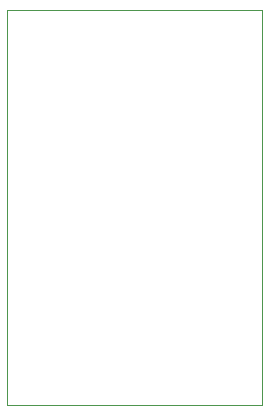
<source format=gbr>
%TF.GenerationSoftware,KiCad,Pcbnew,(5.1.9-0-10_14)*%
%TF.CreationDate,2021-02-02T14:33:23+08:00*%
%TF.ProjectId,WCH_Link,5743485f-4c69-46e6-9b2e-6b696361645f,rev?*%
%TF.SameCoordinates,Original*%
%TF.FileFunction,Profile,NP*%
%FSLAX46Y46*%
G04 Gerber Fmt 4.6, Leading zero omitted, Abs format (unit mm)*
G04 Created by KiCad (PCBNEW (5.1.9-0-10_14)) date 2021-02-02 14:33:23*
%MOMM*%
%LPD*%
G01*
G04 APERTURE LIST*
%TA.AperFunction,Profile*%
%ADD10C,0.050000*%
%TD*%
G04 APERTURE END LIST*
D10*
X114427000Y-37084000D02*
X136017000Y-37084000D01*
X114427000Y-70485000D02*
X114427000Y-37084000D01*
X136017000Y-70485000D02*
X114427000Y-70485000D01*
X136017000Y-37084000D02*
X136017000Y-70485000D01*
M02*

</source>
